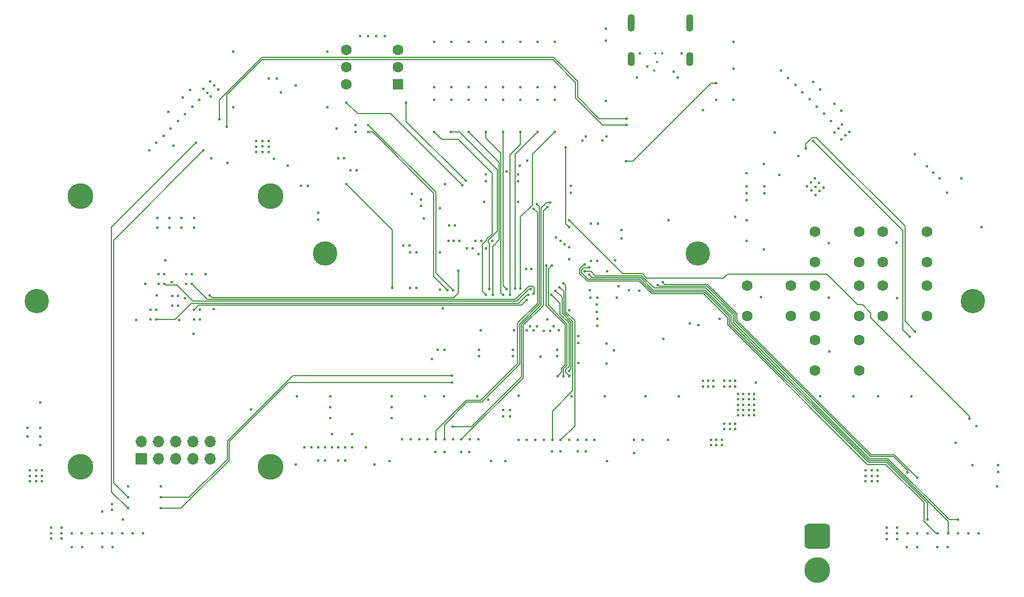
<source format=gbr>
%TF.GenerationSoftware,KiCad,Pcbnew,8.0.7*%
%TF.CreationDate,2025-04-13T15:12:29-04:00*%
%TF.ProjectId,control,636f6e74-726f-46c2-9e6b-696361645f70,rev?*%
%TF.SameCoordinates,Original*%
%TF.FileFunction,Copper,L3,Inr*%
%TF.FilePolarity,Positive*%
%FSLAX46Y46*%
G04 Gerber Fmt 4.6, Leading zero omitted, Abs format (unit mm)*
G04 Created by KiCad (PCBNEW 8.0.7) date 2025-04-13 15:12:29*
%MOMM*%
%LPD*%
G01*
G04 APERTURE LIST*
G04 Aperture macros list*
%AMRoundRect*
0 Rectangle with rounded corners*
0 $1 Rounding radius*
0 $2 $3 $4 $5 $6 $7 $8 $9 X,Y pos of 4 corners*
0 Add a 4 corners polygon primitive as box body*
4,1,4,$2,$3,$4,$5,$6,$7,$8,$9,$2,$3,0*
0 Add four circle primitives for the rounded corners*
1,1,$1+$1,$2,$3*
1,1,$1+$1,$4,$5*
1,1,$1+$1,$6,$7*
1,1,$1+$1,$8,$9*
0 Add four rect primitives between the rounded corners*
20,1,$1+$1,$2,$3,$4,$5,0*
20,1,$1+$1,$4,$5,$6,$7,0*
20,1,$1+$1,$6,$7,$8,$9,0*
20,1,$1+$1,$8,$9,$2,$3,0*%
G04 Aperture macros list end*
%TA.AperFunction,ComponentPad*%
%ADD10R,1.600000X1.600000*%
%TD*%
%TA.AperFunction,ComponentPad*%
%ADD11C,1.600000*%
%TD*%
%TA.AperFunction,ComponentPad*%
%ADD12C,3.600000*%
%TD*%
%TA.AperFunction,ComponentPad*%
%ADD13O,1.100000X2.100000*%
%TD*%
%TA.AperFunction,ComponentPad*%
%ADD14O,1.100000X2.600000*%
%TD*%
%TA.AperFunction,ComponentPad*%
%ADD15C,3.800000*%
%TD*%
%TA.AperFunction,ComponentPad*%
%ADD16R,1.700000X1.700000*%
%TD*%
%TA.AperFunction,ComponentPad*%
%ADD17O,1.700000X1.700000*%
%TD*%
%TA.AperFunction,ComponentPad*%
%ADD18RoundRect,0.760000X-1.140000X1.140000X-1.140000X-1.140000X1.140000X-1.140000X1.140000X1.140000X0*%
%TD*%
%TA.AperFunction,ViaPad*%
%ADD19C,0.450000*%
%TD*%
%TA.AperFunction,ViaPad*%
%ADD20C,0.350000*%
%TD*%
%TA.AperFunction,Conductor*%
%ADD21C,0.153000*%
%TD*%
%TA.AperFunction,Conductor*%
%ADD22C,0.200000*%
%TD*%
G04 APERTURE END LIST*
D10*
%TO.N,Net-(R64-Pad1)*%
%TO.C,SW4*%
X134310000Y-73040000D03*
D11*
%TO.N,Net-(SW4-4)*%
X134310000Y-67960000D03*
%TO.N,Net-(SW4-2)*%
X126690000Y-67960000D03*
%TO.N,Net-(SW4-8)*%
X126690000Y-73040000D03*
%TO.N,+3V3*%
X134310000Y-70500000D03*
X126690000Y-70500000D03*
%TD*%
%TO.N,Net-(C36-Pad1)*%
%TO.C,SW11*%
X185730000Y-102750000D03*
%TO.N,Net-(R115-Pad1)*%
X192230000Y-102750000D03*
%TO.N,GND*%
X185730000Y-107250000D03*
%TO.N,unconnected-(SW11-Pad4)*%
X192230000Y-107250000D03*
%TD*%
%TO.N,Net-(C33-Pad1)*%
%TO.C,SW8*%
X195750000Y-102750000D03*
%TO.N,Net-(R94-Pad1)*%
X202250000Y-102750000D03*
%TO.N,GND*%
X195750000Y-107250000D03*
%TO.N,unconnected-(SW8-Pad4)*%
X202250000Y-107250000D03*
%TD*%
D12*
%TO.N,N/C*%
%TO.C,H1*%
X81000000Y-105000000D03*
%TD*%
D13*
%TO.N,GND*%
%TO.C,P1*%
X177320000Y-69305000D03*
D14*
X177320000Y-63945000D03*
D13*
X168680000Y-69305000D03*
D14*
X168680000Y-63945000D03*
%TD*%
D11*
%TO.N,Net-(C37-Pad1)*%
%TO.C,SW12*%
X195750000Y-94750000D03*
%TO.N,Net-(R117-Pad1)*%
X202250000Y-94750000D03*
%TO.N,GND*%
X195750000Y-99250000D03*
%TO.N,unconnected-(SW12-Pad4)*%
X202250000Y-99250000D03*
%TD*%
D15*
%TO.N,N/C*%
%TO.C,H5*%
X115500000Y-89500000D03*
%TD*%
D12*
%TO.N,N/C*%
%TO.C,H4*%
X178500000Y-98000000D03*
%TD*%
D11*
%TO.N,Net-(C35-Pad1)*%
%TO.C,SW10*%
X205750000Y-102750000D03*
%TO.N,Net-(R114-Pad1)*%
X212250000Y-102750000D03*
%TO.N,GND*%
X205750000Y-107250000D03*
%TO.N,unconnected-(SW10-Pad4)*%
X212250000Y-107250000D03*
%TD*%
D15*
%TO.N,N/C*%
%TO.C,H7*%
X115500000Y-129500000D03*
%TD*%
D11*
%TO.N,Net-(C32-Pad1)*%
%TO.C,SW7*%
X205750000Y-94750000D03*
%TO.N,Net-(R93-Pad1)*%
X212250000Y-94750000D03*
%TO.N,GND*%
X205750000Y-99250000D03*
%TO.N,unconnected-(SW7-Pad4)*%
X212250000Y-99250000D03*
%TD*%
%TO.N,Net-(C34-Pad1)*%
%TO.C,SW9*%
X195750000Y-110750000D03*
%TO.N,Net-(R107-Pad1)*%
X202250000Y-110750000D03*
%TO.N,GND*%
X195750000Y-115250000D03*
%TO.N,unconnected-(SW9-Pad4)*%
X202250000Y-115250000D03*
%TD*%
D12*
%TO.N,N/C*%
%TO.C,H2*%
X219000000Y-105000000D03*
%TD*%
D15*
%TO.N,N/C*%
%TO.C,H8*%
X87500000Y-129500000D03*
%TD*%
%TO.N,N/C*%
%TO.C,H6*%
X87500000Y-89500000D03*
%TD*%
D12*
%TO.N,N/C*%
%TO.C,H3*%
X123500000Y-98000000D03*
%TD*%
D16*
%TO.N,Net-(J15-Pin_1)*%
%TO.C,J15*%
X96425000Y-128275000D03*
D17*
%TO.N,unconnected-(J15-Pin_2-Pad2)*%
X96425000Y-125735000D03*
%TO.N,GND*%
X98965000Y-128275000D03*
X98965000Y-125735000D03*
%TO.N,/display/LCD.TX*%
X101505000Y-128275000D03*
%TO.N,unconnected-(J15-Pin_6-Pad6)*%
X101505000Y-125735000D03*
%TO.N,/display/LCD.RX*%
X104045000Y-128275000D03*
%TO.N,unconnected-(J15-Pin_8-Pad8)*%
X104045000Y-125735000D03*
%TO.N,+5V*%
X106585000Y-128275000D03*
%TO.N,unconnected-(J15-Pin_10-Pad10)*%
X106585000Y-125735000D03*
%TD*%
D18*
%TO.N,GND*%
%TO.C,J11*%
X196100000Y-139700000D03*
D15*
%TO.N,+BATT*%
X196100000Y-144700000D03*
%TD*%
D19*
%TO.N,Net-(BZ1--)*%
X222750000Y-129250000D03*
%TO.N,+3V3*%
X183690000Y-66700000D03*
X188309999Y-88100000D03*
X196500000Y-73750000D03*
X121500000Y-126575000D03*
X183200000Y-123100000D03*
X146250000Y-112200000D03*
X105909999Y-101000000D03*
X126500000Y-128509999D03*
X219850000Y-139295000D03*
X151250000Y-112200000D03*
X184000000Y-123100000D03*
X152310000Y-66700000D03*
X160850000Y-111200000D03*
X181725000Y-107600000D03*
X214082986Y-86909117D03*
X143600000Y-127309999D03*
X182400000Y-123900000D03*
X147230000Y-66700000D03*
X187809999Y-104400000D03*
X162000000Y-127209999D03*
X100439376Y-77039376D03*
X149770000Y-66700000D03*
X98700000Y-104190001D03*
X90700000Y-141309999D03*
X197809999Y-96500000D03*
X213800000Y-141309999D03*
X162735691Y-99090376D03*
X144690000Y-66700000D03*
X147250000Y-87300000D03*
X190729381Y-71003357D03*
X141100000Y-112250000D03*
X197859999Y-112500000D03*
X117020000Y-74200000D03*
X183200000Y-123900000D03*
X136990000Y-97810000D03*
X195460624Y-72689376D03*
X153275000Y-125500000D03*
X162670000Y-104500000D03*
X197809999Y-104500000D03*
X152000000Y-87280000D03*
X185675000Y-96099999D03*
X136125000Y-125450000D03*
X184000000Y-123900000D03*
X136950000Y-103100000D03*
X107109999Y-106200000D03*
X160750000Y-127209999D03*
X79690000Y-125000000D03*
X144800000Y-127309999D03*
X218950000Y-129250000D03*
X157750000Y-112200000D03*
X96650000Y-139295000D03*
X135980000Y-96800000D03*
X92200000Y-141309999D03*
X81550000Y-126225000D03*
X142150000Y-66700000D03*
X97593398Y-82706602D03*
X207859999Y-104550000D03*
X157390000Y-66700000D03*
X125500000Y-128509999D03*
X79690000Y-123700000D03*
X216500000Y-125900000D03*
X100000000Y-98990001D03*
X162750000Y-93600000D03*
X169100000Y-127409999D03*
X154850000Y-66700000D03*
X188309999Y-89100000D03*
X100900000Y-102190001D03*
X207809999Y-96400000D03*
X159750000Y-88980000D03*
X149750000Y-122030000D03*
X139610000Y-66700000D03*
X215300000Y-141309999D03*
X164900000Y-75450000D03*
X150750000Y-122030000D03*
X137650000Y-90980000D03*
X182400000Y-123100000D03*
%TO.N,GND*%
X87700000Y-141309999D03*
X163630000Y-108650000D03*
X158000000Y-109300000D03*
X152000000Y-86300000D03*
X213184960Y-86011091D03*
X149750000Y-121070000D03*
X177249999Y-108300000D03*
X103639376Y-73839376D03*
X123890000Y-76400000D03*
X163610000Y-105550000D03*
X169900000Y-68415000D03*
X185675000Y-86100001D03*
X102900000Y-104609999D03*
X152350000Y-73440001D03*
X154525000Y-125500000D03*
X142150000Y-73440001D03*
X100600000Y-92699999D03*
X166270000Y-99000000D03*
X154850000Y-73440001D03*
X165075000Y-128650000D03*
X155775000Y-125500000D03*
X222737500Y-130200000D03*
X129500000Y-126575000D03*
X86200000Y-141309999D03*
X138250000Y-119100000D03*
X124250000Y-119100000D03*
X102539376Y-74939376D03*
X189786218Y-80148959D03*
X199650000Y-76900000D03*
X164900000Y-64780001D03*
X186000000Y-120300000D03*
X163710000Y-93600000D03*
X186800000Y-121900000D03*
X188200000Y-97400000D03*
X209950000Y-119100000D03*
X146250000Y-113160000D03*
X119200000Y-129100000D03*
X146500000Y-109300000D03*
X84650000Y-138450000D03*
X163680000Y-99100000D03*
X160850000Y-114169998D03*
X128700000Y-65890001D03*
X212286934Y-85113066D03*
X107197506Y-73197505D03*
X102000000Y-107809999D03*
X185200000Y-119500000D03*
X157000000Y-127209999D03*
X188200000Y-84800000D03*
X106600000Y-72600000D03*
X207850000Y-138450000D03*
X184400000Y-120300000D03*
X147000000Y-90400000D03*
X140140000Y-112250000D03*
X191790041Y-72064017D03*
X140500000Y-103300000D03*
X119200000Y-73200000D03*
X174100000Y-125500000D03*
X157750000Y-113160000D03*
X122500000Y-128509999D03*
X110000000Y-76400000D03*
X99350000Y-132400000D03*
X201450000Y-119100000D03*
X123500000Y-128509999D03*
X185200000Y-121900000D03*
X96990001Y-102500000D03*
X166800000Y-102850000D03*
X178600000Y-108580000D03*
X163610000Y-106600000D03*
X184400000Y-121100000D03*
X219509999Y-123450000D03*
X200827388Y-79993935D03*
X206349999Y-139295000D03*
X186800000Y-121100000D03*
X167200000Y-94530000D03*
X107766726Y-73766726D03*
X83149998Y-140100000D03*
X186800000Y-118700000D03*
X149800000Y-73440001D03*
X135020000Y-96800000D03*
X159750000Y-88020000D03*
X84650001Y-139295000D03*
X129900000Y-65890001D03*
X147250000Y-73440001D03*
X136320000Y-89145000D03*
X98654058Y-81645942D03*
X123890000Y-68200000D03*
X164750000Y-119100000D03*
X137650000Y-90020000D03*
X179250000Y-76850000D03*
X84650000Y-140100000D03*
X105539338Y-73660662D03*
X166560000Y-104500000D03*
X167200000Y-95770000D03*
X220284924Y-94106245D03*
X222550000Y-132400000D03*
X183700000Y-70740001D03*
X157400000Y-73440001D03*
X206349998Y-140150000D03*
X95690001Y-107800000D03*
X125200000Y-79500000D03*
X186000000Y-121900000D03*
X102400001Y-92699999D03*
X147250000Y-86320000D03*
X140500000Y-97800000D03*
X147975000Y-128650000D03*
X138625000Y-125450000D03*
X106739000Y-83899765D03*
X131100000Y-65890001D03*
X210800000Y-141309999D03*
X210490883Y-83317014D03*
X139650000Y-73440001D03*
X207850000Y-140150000D03*
X159500000Y-106400000D03*
X185200000Y-118700000D03*
X207850001Y-139295000D03*
X106136844Y-74258166D03*
X152000000Y-90400000D03*
X139275000Y-113600000D03*
X110000000Y-68200000D03*
X186000000Y-118700000D03*
X104100000Y-109809999D03*
X95150000Y-139295000D03*
X83149998Y-138450000D03*
X199660662Y-81160662D03*
X199766726Y-78933274D03*
X130800000Y-129100000D03*
X153300000Y-84300000D03*
X151400000Y-109300000D03*
X169500000Y-72000000D03*
X218350000Y-139295000D03*
X198600000Y-80100000D03*
X166100000Y-112259999D03*
X175650000Y-119100000D03*
X141100000Y-127309999D03*
X165050000Y-114209999D03*
X158250000Y-127209999D03*
X139800000Y-127309999D03*
X116400000Y-72120000D03*
X175510000Y-72000000D03*
X150125000Y-128650000D03*
X173400000Y-110575001D03*
X144700000Y-73440001D03*
X186800000Y-120300000D03*
X132300000Y-65890001D03*
X145950000Y-119100000D03*
X98800000Y-92700000D03*
X198610624Y-75889376D03*
X206349998Y-138450000D03*
X186800000Y-119500000D03*
X81550000Y-119975000D03*
X199197505Y-79502494D03*
X215193755Y-89015076D03*
X151250000Y-113160000D03*
X83149999Y-139295000D03*
X159500000Y-98800000D03*
X186000000Y-119500000D03*
X185200000Y-120300000D03*
X133025000Y-128650000D03*
X176100000Y-68415000D03*
X150750000Y-121070000D03*
X140500000Y-91300000D03*
X184400000Y-121900000D03*
X115200000Y-72120000D03*
X136020000Y-97800000D03*
X163630000Y-107650000D03*
X184400000Y-119500000D03*
X136020000Y-103100000D03*
X163630000Y-104500000D03*
X106706065Y-74827388D03*
X200258166Y-80563156D03*
X185200000Y-121100000D03*
X209300000Y-141309999D03*
X137375000Y-125450000D03*
X184400000Y-118700000D03*
X165100000Y-100650000D03*
X186000000Y-121100000D03*
X104200000Y-92700000D03*
%TO.N,/mcu/NRST*%
X217315076Y-86893755D03*
X169850000Y-103450000D03*
X168300000Y-103400000D03*
X162550000Y-103400000D03*
%TO.N,+5V*%
X141050000Y-119100000D03*
X120500000Y-126575000D03*
X152025000Y-125500000D03*
X165050000Y-111240001D03*
X182000000Y-125500000D03*
X134875000Y-125450000D03*
X170750000Y-119100000D03*
X193251041Y-83613782D03*
X190500000Y-86350000D03*
X94450000Y-132400000D03*
X182000000Y-126300000D03*
X109100000Y-84600000D03*
X133350000Y-119100000D03*
X196550000Y-119100000D03*
X181200000Y-126300000D03*
X159850000Y-119100000D03*
X180400000Y-125500000D03*
X205050000Y-119100000D03*
X180400000Y-126300000D03*
X181200000Y-125500000D03*
X119350000Y-119100000D03*
%TO.N,+BATT*%
X195165685Y-87500000D03*
X81800000Y-130800000D03*
X80000000Y-130800000D03*
X205000000Y-131600000D03*
X194600000Y-88065685D03*
X114300000Y-83000000D03*
X204100000Y-130812500D03*
X204100000Y-130000000D03*
X113400000Y-83000000D03*
X203200000Y-130800000D03*
X80900000Y-130812500D03*
X115200000Y-81400000D03*
X80000000Y-130000000D03*
X195731371Y-86934315D03*
X205000000Y-130000000D03*
X113400000Y-82200000D03*
X197004163Y-88207107D03*
X203200000Y-130000000D03*
X196376606Y-87561872D03*
X114300000Y-81387500D03*
X195236396Y-88702082D03*
X113400000Y-81400000D03*
X195872792Y-89338478D03*
X203200000Y-131600000D03*
X81800000Y-130000000D03*
X115200000Y-83000000D03*
X80900000Y-130000000D03*
X196438478Y-88772792D03*
X81800000Y-131600000D03*
X187050000Y-117000000D03*
X115200000Y-82200000D03*
X80000000Y-131600000D03*
X114300000Y-82187500D03*
X204100000Y-131612500D03*
X195810920Y-88127557D03*
X205000000Y-130800000D03*
X80900000Y-131612500D03*
%TO.N,/mcu/BOT_ID_DISPLAY.FL*%
X98999999Y-101025000D03*
X99849999Y-102475000D03*
X153850000Y-103250000D03*
%TO.N,Net-(D3-A1)*%
X99849999Y-101025000D03*
%TO.N,Net-(D3-K2)*%
X98999999Y-102475000D03*
%TO.N,Net-(D4-K2)*%
X103000001Y-102475000D03*
%TO.N,Net-(D4-A1)*%
X103850001Y-101025000D03*
%TO.N,/mcu/BOT_ID_DISPLAY.FR*%
X103850001Y-102475000D03*
X103000001Y-101025000D03*
X154300000Y-103950000D03*
%TO.N,Net-(D5-K2)*%
X101850000Y-105725000D03*
%TO.N,/mcu/BOT_ID_DISPLAY.TeamBlue*%
X101850000Y-104275000D03*
X143150000Y-100550000D03*
X101000000Y-105725000D03*
X106550000Y-104150000D03*
%TO.N,Net-(D5-A1)*%
X101000000Y-104275000D03*
%TO.N,/mcu/BOT_ID_DISPLAY.BL*%
X98600000Y-107725001D03*
X153500000Y-104050000D03*
X97750000Y-106275001D03*
%TO.N,Net-(D6-A1)*%
X98600000Y-106275001D03*
%TO.N,Net-(D6-K2)*%
X97750000Y-107725001D03*
%TO.N,Net-(D7-A1)*%
X105100000Y-106275001D03*
%TO.N,Net-(D7-K2)*%
X104250000Y-107725001D03*
%TO.N,/mcu/BOT_ID_DISPLAY.BR*%
X153250000Y-104850000D03*
X105100000Y-107725001D03*
X104250000Y-106275001D03*
%TO.N,Net-(D10-A)*%
X98800000Y-94200000D03*
%TO.N,Net-(D11-A)*%
X100600000Y-94200000D03*
%TO.N,Net-(D12-A)*%
X102400000Y-94200000D03*
%TO.N,Net-(D13-A)*%
X104200000Y-94200000D03*
%TO.N,Net-(J13-Pin_1)*%
X180000000Y-116800000D03*
X179200000Y-117600000D03*
X180800000Y-116800000D03*
X179200000Y-116800000D03*
X180000000Y-117600000D03*
X180800000Y-117600000D03*
%TO.N,Net-(J13-Pin_2)*%
X184000000Y-117600000D03*
X183200000Y-117600000D03*
X184000000Y-116800000D03*
X182400000Y-117600000D03*
X182400000Y-116800000D03*
X183200000Y-116800000D03*
%TO.N,/mcu/SDMMC1_D0*%
X125450000Y-83900000D03*
X127250000Y-85700000D03*
%TO.N,/mcu/SDMMC1_D1*%
X126350000Y-83900000D03*
X128150000Y-85700000D03*
%TO.N,/mcu/SWCLK*%
X141250000Y-87700000D03*
X162000000Y-80700000D03*
X165000000Y-80700000D03*
%TO.N,/mcu/SWDIO*%
X164450000Y-81300000D03*
X161450000Y-81300000D03*
X138050000Y-92800000D03*
%TO.N,/front_right_drive_motor/MOTOR.RX*%
X90650000Y-136050000D03*
X90650000Y-139295000D03*
%TO.N,Net-(J3-Pin_7)*%
X89150000Y-139295000D03*
%TO.N,Net-(J3-Pin_10)*%
X93650001Y-139295000D03*
%TO.N,/front_right_drive_motor/MOTOR.BOOT0*%
X86150000Y-139295000D03*
%TO.N,/front_right_drive_motor/MOTOR.RST*%
X87650000Y-139295000D03*
%TO.N,/front_right_drive_motor/MOTOR.CTS*%
X92149999Y-139295000D03*
X92149999Y-135800000D03*
%TO.N,/imu/IMU.~{DET}*%
X153250000Y-109350000D03*
%TO.N,/imu/IMU.MISO*%
X156250000Y-107750000D03*
%TO.N,/imu/IMU.SCK*%
X185675000Y-90100000D03*
X183950000Y-92600000D03*
X156750000Y-109400000D03*
%TO.N,/imu/IMU.~{SS}3*%
X185675000Y-93100000D03*
X154750000Y-108700000D03*
X174150000Y-93100000D03*
%TO.N,/imu/IMU.~{SS}1*%
X160849265Y-110149265D03*
%TO.N,/imu/IMU.INT1*%
X154250000Y-109350000D03*
X185675000Y-89100000D03*
%TO.N,/imu/IMU.MOSI*%
X155750000Y-109450000D03*
%TO.N,/imu/IMU.~{SS}2*%
X155250000Y-113250000D03*
%TO.N,/imu/IMU.INT2*%
X185675000Y-88100000D03*
X153750000Y-108700000D03*
%TO.N,Net-(J5-Pin_3)*%
X127499999Y-126575000D03*
%TO.N,/mcu/ODIN.RX*%
X125500000Y-126575000D03*
X146550000Y-96150000D03*
%TO.N,/mcu/ODIN.CTS*%
X126500000Y-126575000D03*
X144450000Y-97250000D03*
%TO.N,/mcu/ODIN.~{RST}*%
X147250000Y-97250000D03*
X122500001Y-126575000D03*
%TO.N,/mcu/ODIN.BOOT0*%
X123500000Y-126575000D03*
X148150000Y-96150000D03*
%TO.N,/mcu/ODIN.~{DET}*%
X146100000Y-98050000D03*
%TO.N,Net-(J5-Pin_6)*%
X124500000Y-126575000D03*
%TO.N,/back_right_drive_motor/MOTOR.BOOT0*%
X120000000Y-88000000D03*
X105018019Y-75281981D03*
X116000000Y-84000000D03*
%TO.N,Net-(J6-Pin_7)*%
X102896699Y-77403301D03*
%TO.N,/back_right_drive_motor/MOTOR.RST*%
X121000000Y-88000000D03*
X103957359Y-76342641D03*
X118000000Y-85000000D03*
%TO.N,/back_right_drive_motor/MOTOR.RX*%
X101836039Y-78463961D03*
%TO.N,/back_right_drive_motor/MOTOR.CTS*%
X100775379Y-79524621D03*
X122500000Y-92000000D03*
X152200000Y-85000000D03*
%TO.N,Net-(J6-Pin_10)*%
X99714718Y-80585282D03*
%TO.N,/back_left_drive_motor/MOTOR.RST*%
X197093342Y-77367318D03*
%TO.N,/back_left_drive_motor/MOTOR.RX*%
X194972022Y-75245998D03*
%TO.N,Net-(J7-Pin_10)*%
X192850701Y-73124677D03*
%TO.N,/back_left_drive_motor/MOTOR.CTS*%
X193911362Y-74185338D03*
%TO.N,Net-(J7-Pin_7)*%
X196032682Y-76306658D03*
%TO.N,/back_left_drive_motor/MOTOR.BOOT0*%
X198154002Y-78427978D03*
%TO.N,/front_left_drive_motor/MOTOR.RST*%
X210850000Y-131100000D03*
X210850000Y-139295000D03*
X173300000Y-102250000D03*
%TO.N,/front_left_drive_motor/MOTOR.CTS*%
X215349999Y-139295000D03*
X162450000Y-101100000D03*
%TO.N,Net-(J8-Pin_7)*%
X212350000Y-139295000D03*
%TO.N,/front_left_drive_motor/MOTOR.RX*%
X161800000Y-99600000D03*
X213850000Y-139295000D03*
%TO.N,Net-(J8-Pin_10)*%
X216850001Y-139295000D03*
%TO.N,/front_left_drive_motor/MOTOR.BOOT0*%
X172550000Y-102600000D03*
X209350000Y-130300000D03*
X209350000Y-139295000D03*
%TO.N,/kicker/KICKER.RX*%
X156150000Y-99750000D03*
X157850000Y-116100000D03*
X160775000Y-125500000D03*
%TO.N,/kicker/KICKER.RST*%
X158275000Y-125500000D03*
X158700000Y-102400000D03*
%TO.N,/kicker/KICKER.BOOT0*%
X157025000Y-125500000D03*
X158100000Y-102950000D03*
%TO.N,/kicker/KICKER.CTS*%
X156900000Y-104050000D03*
X159500000Y-116100000D03*
X162025000Y-125500000D03*
%TO.N,Net-(J9-Pin_10)*%
X163275000Y-125500000D03*
%TO.N,Net-(J9-Pin_7)*%
X159525000Y-125500000D03*
%TO.N,/mcu/OPTICAL_FLOW.RST*%
X141125000Y-125450000D03*
X154750000Y-90700000D03*
%TO.N,/mcu/OPTICAL_FLOW.CTS*%
X144875000Y-125450000D03*
%TO.N,Net-(J10-Pin_7)*%
X142375000Y-125450000D03*
%TO.N,/mcu/OPTICAL_FLOW.RX*%
X156250000Y-91100000D03*
X143625000Y-125450000D03*
%TO.N,Net-(J10-Pin_10)*%
X146125000Y-125450000D03*
%TO.N,/mcu/OPTICAL_FLOW.BOOT0*%
X139875000Y-125450000D03*
X154250000Y-91350000D03*
%TO.N,/mcu/POWER.RX*%
X169100000Y-125500000D03*
%TO.N,Net-(J12-Pin_2)*%
X170350000Y-125500000D03*
%TO.N,/mcu/SHELL_DETECT.RST*%
X158850000Y-96600000D03*
%TO.N,/mcu/SHELL_DETECT.SCL*%
X158200000Y-96087500D03*
X81550000Y-123725000D03*
%TO.N,/mcu/SHELL_DETECT.SDA*%
X157550000Y-95600000D03*
X81550000Y-124975000D03*
%TO.N,/mcu/SHELL_DETECT.LIGHT*%
X159500000Y-97087500D03*
%TO.N,/display/LCD.TX*%
X142500000Y-96100000D03*
%TO.N,/display/LCD.RX*%
X143350000Y-96100000D03*
%TO.N,VBUS*%
X174950000Y-71150000D03*
X171000000Y-70417002D03*
%TO.N,/mcu/USB_HS_D_P*%
X142700000Y-93800000D03*
D20*
%TO.N,Net-(P1-CC2)*%
X172250000Y-68415000D03*
X172000000Y-71000000D03*
%TO.N,/mcu/USB_HS_D_N*%
X173250000Y-68415000D03*
X172500000Y-69715000D03*
D19*
X141800000Y-93800000D03*
%TO.N,/mcu/BOOT0*%
X181200000Y-72837501D03*
X167900000Y-84350000D03*
%TO.N,/mcu/USB_BOOT0_CONTROL*%
X181150000Y-75300000D03*
%TO.N,/display/LCD.RST*%
X141700000Y-96150000D03*
X112600000Y-121050000D03*
%TO.N,/mcu/DEBUG_MODE*%
X159500000Y-94100000D03*
X159000000Y-82350000D03*
%TO.N,Net-(R1-Pad1)*%
X164900000Y-66550000D03*
%TO.N,/mcu/USER_BOOT0_OVERRIDE*%
X183690000Y-75300000D03*
%TO.N,/front_right_drive_motor/MOTOR.RTS*%
X92150000Y-135000000D03*
X93700000Y-137290001D03*
%TO.N,Net-(U2-INT1)*%
X147600000Y-119600000D03*
%TO.N,Net-(U2-INT2)*%
X152100000Y-119000000D03*
%TO.N,/back_right_drive_motor/MOTOR.RTS*%
X101160624Y-82060624D03*
X150250000Y-85900000D03*
X122500000Y-93000000D03*
%TO.N,/front_left_drive_motor/MOTOR.TX*%
X162500000Y-100050000D03*
X212300000Y-137290001D03*
%TO.N,/front_left_drive_motor/MOTOR.RTS*%
X161800000Y-100600000D03*
X216800000Y-137290001D03*
%TO.N,/kicker/KICKER.TX*%
X158700000Y-116100000D03*
X156950000Y-99750000D03*
%TO.N,/kicker/KICKER.RTS*%
X159500000Y-115300000D03*
X157500000Y-103500000D03*
%TO.N,/mcu/OPTICAL_FLOW.TX*%
X142300000Y-123590001D03*
X156750000Y-90450000D03*
%TO.N,/mcu/BOT_ID_SWITCHES.IDX3*%
X143750000Y-87900000D03*
X126700000Y-75709999D03*
%TO.N,/mcu/BOT_ID_SWITCHES.IDX2*%
X144250000Y-87250000D03*
X135500000Y-75709999D03*
%TO.N,/mcu/BOT_ID_SWITCHES.TEAM_BLUE_~{YELLOW}*%
X142400000Y-103400000D03*
X129909999Y-79000000D03*
%TO.N,Net-(R74-Pad1)*%
X128000000Y-79000000D03*
%TO.N,Net-(R75-Pad1)*%
X128000000Y-80000000D03*
%TO.N,/mcu/BOT_ID_SWITCHES.SRC_PRIO_USER_~{AUTO}*%
X129909999Y-80000000D03*
X141600000Y-103400000D03*
%TO.N,/mcu/BOT_ID_DISPLAY.SrcDisagree*%
X126650000Y-87750000D03*
X140850000Y-106100000D03*
X133450000Y-103050000D03*
%TO.N,/mcu/DIP.0*%
X152350000Y-103150000D03*
X157400000Y-80009999D03*
%TO.N,Net-(R84-Pad1)*%
X157390000Y-75300000D03*
%TO.N,Net-(R85-Pad1)*%
X154850000Y-75300000D03*
%TO.N,/mcu/DIP.1*%
X154850000Y-80009999D03*
X151550000Y-103150000D03*
%TO.N,/mcu/DIP.2*%
X150750000Y-104100000D03*
X152300000Y-80009999D03*
%TO.N,Net-(R100-Pad2)*%
X152310000Y-75300000D03*
%TO.N,Net-(R101-Pad2)*%
X149770000Y-75300000D03*
%TO.N,/mcu/DIP.3*%
X150250000Y-103250000D03*
X149750000Y-80009999D03*
%TO.N,/mcu/DIP.4*%
X147250000Y-80009999D03*
X149750000Y-104100000D03*
%TO.N,Net-(R102-Pad2)*%
X147230000Y-75300000D03*
%TO.N,/mcu/BUZZER*%
X218490001Y-122400000D03*
X159500000Y-93100000D03*
%TO.N,Net-(R103-Pad2)*%
X144690000Y-75300000D03*
%TO.N,/mcu/DIP.5*%
X148250000Y-104100000D03*
X144700000Y-80009999D03*
%TO.N,/mcu/DIP.6*%
X142100000Y-80009999D03*
X147750000Y-103250000D03*
%TO.N,Net-(R104-Pad2)*%
X142150000Y-75300000D03*
%TO.N,/mcu/DIP.7*%
X147250000Y-104100000D03*
X139600000Y-80009999D03*
%TO.N,Net-(R105-Pad2)*%
X139610000Y-75300000D03*
%TO.N,/mcu/DOTSTARS.SCK*%
X153150000Y-100250000D03*
X142250000Y-116000000D03*
X99350001Y-134000000D03*
%TO.N,/mcu/ODIN.TX*%
X124500000Y-124690001D03*
X145750000Y-96150000D03*
%TO.N,/mcu/ODIN.RTS*%
X127500000Y-124690001D03*
X145250000Y-97250000D03*
%TO.N,/imu/IMU.~{SS}0*%
X157250000Y-108750000D03*
%TO.N,/mcu/DOTSTARS.MOSI*%
X99350000Y-135600000D03*
X153950000Y-100250000D03*
X142250000Y-117000000D03*
%TO.N,Net-(U4-SDO)*%
X94450000Y-135600000D03*
X104476259Y-81637024D03*
%TO.N,Net-(U4-CKO)*%
X94449999Y-134000000D03*
X105607629Y-82768395D03*
%TO.N,Net-(U5-SDO)*%
X168000000Y-78050000D03*
X107941082Y-78172201D03*
%TO.N,Net-(U5-CKO)*%
X109072453Y-79303571D03*
X168000000Y-79000000D03*
%TO.N,Net-(U6-SDO)*%
X209750000Y-110250000D03*
X195513782Y-81351041D03*
%TO.N,Net-(U6-CKO)*%
X194382412Y-82482412D03*
X210500000Y-109500000D03*
%TO.N,Net-(U11-CKO)*%
X133350000Y-120700000D03*
X124250000Y-120700000D03*
%TO.N,Net-(U11-SDO)*%
X133350000Y-122300000D03*
X124250000Y-122300000D03*
%TD*%
D21*
%TO.N,/mcu/BOT_ID_DISPLAY.FL*%
X101699030Y-102670501D02*
X100045500Y-102670501D01*
X153850000Y-103250000D02*
X153620470Y-103250000D01*
X104068529Y-105040000D02*
X101699030Y-102670501D01*
X153620470Y-103250000D02*
X151830470Y-105040000D01*
X151830470Y-105040000D02*
X104068529Y-105040000D01*
X100045500Y-102670501D02*
X99849999Y-102475000D01*
%TO.N,/mcu/BOT_ID_DISPLAY.FR*%
X151590000Y-104760000D02*
X106135001Y-104760000D01*
X153580500Y-102769500D02*
X151590000Y-104760000D01*
X154330500Y-103030500D02*
X154069500Y-102769500D01*
X106135001Y-104760000D02*
X103850001Y-102475000D01*
X154330500Y-103919500D02*
X154330500Y-103030500D01*
X154300000Y-103950000D02*
X154330500Y-103919500D01*
X154069500Y-102769500D02*
X153580500Y-102769500D01*
%TO.N,/mcu/BOT_ID_DISPLAY.TeamBlue*%
X106880000Y-104480000D02*
X106550000Y-104150000D01*
X143150000Y-103850000D02*
X142520000Y-104480000D01*
X142520000Y-104480000D02*
X106880000Y-104480000D01*
X143150000Y-100550000D02*
X143150000Y-103850000D01*
%TO.N,/mcu/BOT_ID_DISPLAY.BL*%
X103810469Y-105320000D02*
X101405468Y-107725001D01*
X152100470Y-105320000D02*
X103810469Y-105320000D01*
X153500000Y-104050000D02*
X153370470Y-104050000D01*
X153370470Y-104050000D02*
X152100470Y-105320000D01*
X101405468Y-107725001D02*
X98600000Y-107725001D01*
%TO.N,/mcu/BOT_ID_DISPLAY.BR*%
X153250000Y-104850000D02*
X152500000Y-105600000D01*
X152500000Y-105600000D02*
X104925001Y-105600000D01*
X104925001Y-105600000D02*
X104250000Y-106275001D01*
%TO.N,/back_right_drive_motor/MOTOR.CTS*%
X100775379Y-79524621D02*
X100824621Y-79524621D01*
%TO.N,/front_left_drive_motor/MOTOR.RST*%
X210850000Y-131100000D02*
X207460000Y-127710000D01*
X207460000Y-127710000D02*
X204060000Y-127710000D01*
X204060000Y-127710000D02*
X184250000Y-107900000D01*
X173580500Y-102530500D02*
X173300000Y-102250000D01*
X184250000Y-106850000D02*
X179930500Y-102530500D01*
X184250000Y-107900000D02*
X184250000Y-106850000D01*
X179930500Y-102530500D02*
X173580500Y-102530500D01*
%TO.N,/front_left_drive_motor/MOTOR.CTS*%
X203712060Y-128550000D02*
X206404020Y-128550000D01*
X171912460Y-103370500D02*
X179582560Y-103370500D01*
X170071490Y-101529530D02*
X171912460Y-103370500D01*
X183410000Y-107197940D02*
X183410000Y-108247940D01*
X162450000Y-101100000D02*
X162879530Y-101529530D01*
X215349999Y-137495979D02*
X215349999Y-139295000D01*
X206404020Y-128550000D02*
X215349999Y-137495979D01*
X179582560Y-103370500D02*
X183410000Y-107197940D01*
X162879530Y-101529530D02*
X170071490Y-101529530D01*
X183410000Y-108247940D02*
X203712060Y-128550000D01*
%TO.N,/front_left_drive_motor/MOTOR.RX*%
X206172060Y-129110000D02*
X211819500Y-134757440D01*
X211819500Y-134757440D02*
X211819500Y-137489031D01*
X203480100Y-129110000D02*
X206172060Y-129110000D01*
X182850000Y-108479900D02*
X203480100Y-129110000D01*
X213625469Y-139295000D02*
X213850000Y-139295000D01*
X161800000Y-99600000D02*
X161724490Y-99600000D01*
X179350600Y-103930500D02*
X182850000Y-107429900D01*
X161724490Y-99600000D02*
X161039500Y-100284990D01*
X162214020Y-102089530D02*
X169839530Y-102089530D01*
X161039500Y-100284990D02*
X161039500Y-100915010D01*
X211819500Y-137489031D02*
X213625469Y-139295000D01*
X171680500Y-103930500D02*
X179350600Y-103930500D01*
X182850000Y-107429900D02*
X182850000Y-108479900D01*
X161039500Y-100915010D02*
X162214020Y-102089530D01*
X169839530Y-102089530D02*
X171680500Y-103930500D01*
%TO.N,/front_left_drive_motor/MOTOR.BOOT0*%
X207344020Y-127990000D02*
X203944020Y-127990000D01*
X203944020Y-127990000D02*
X183970000Y-108015980D01*
X183970000Y-108015980D02*
X183970000Y-106965980D01*
X179814520Y-102810500D02*
X172760500Y-102810500D01*
X209350000Y-130300000D02*
X209350000Y-129995980D01*
X209350000Y-129995980D02*
X207344020Y-127990000D01*
X172760500Y-102810500D02*
X172550000Y-102600000D01*
X183970000Y-106965980D02*
X179814520Y-102810500D01*
%TO.N,/kicker/KICKER.RX*%
X158420000Y-115530000D02*
X158420000Y-114908510D01*
X156139500Y-105698930D02*
X156139500Y-99760500D01*
X157850000Y-116100000D02*
X158420000Y-115530000D01*
X158420000Y-114908510D02*
X158930500Y-114398010D01*
X158930500Y-114398010D02*
X158930500Y-108489930D01*
X158930500Y-108489930D02*
X156139500Y-105698930D01*
X156139500Y-99760500D02*
X156150000Y-99750000D01*
%TO.N,/kicker/KICKER.RST*%
X158700000Y-102400000D02*
X159019500Y-102719500D01*
X160330500Y-123444500D02*
X158275000Y-125500000D01*
X159019500Y-106599030D02*
X160330500Y-107910030D01*
X160330500Y-107910030D02*
X160330500Y-123444500D01*
X159019500Y-102719500D02*
X159019500Y-106599030D01*
%TO.N,/kicker/KICKER.BOOT0*%
X158739500Y-106715010D02*
X160050500Y-108026010D01*
X158100000Y-102950000D02*
X158739500Y-103589500D01*
X158739500Y-103589500D02*
X158739500Y-106715010D01*
X157025000Y-121245470D02*
X157025000Y-125500000D01*
X160050500Y-108026010D02*
X160050500Y-118219970D01*
X160050500Y-118219970D02*
X157025000Y-121245470D01*
%TO.N,/kicker/KICKER.CTS*%
X159490500Y-114629970D02*
X159490500Y-108257970D01*
X159019500Y-115499030D02*
X159019500Y-115100970D01*
X159420470Y-115900000D02*
X159019500Y-115499030D01*
X158179500Y-105329500D02*
X156900000Y-104050000D01*
X159490500Y-108257970D02*
X158179500Y-106946970D01*
X159019500Y-115100970D02*
X159490500Y-114629970D01*
X159500000Y-116100000D02*
X159700000Y-115900000D01*
X158179500Y-106946970D02*
X158179500Y-105329500D01*
X159700000Y-115900000D02*
X159420470Y-115900000D01*
%TO.N,/mcu/OPTICAL_FLOW.RST*%
X146604490Y-119915980D02*
X152190000Y-114330470D01*
X152190000Y-108368040D02*
X155109500Y-105448540D01*
X152190000Y-114330470D02*
X152190000Y-108368040D01*
X141125000Y-123270980D02*
X144480000Y-119915980D01*
X155109500Y-91059500D02*
X154750000Y-90700000D01*
X155109500Y-105448540D02*
X155109500Y-91059500D01*
X141125000Y-125450000D02*
X141125000Y-123270980D01*
X144480000Y-119915980D02*
X146604490Y-119915980D01*
%TO.N,/mcu/OPTICAL_FLOW.RX*%
X155669500Y-105680500D02*
X155669500Y-91680500D01*
X152750000Y-108600000D02*
X155669500Y-105680500D01*
X143625000Y-125450000D02*
X152750000Y-116325000D01*
X155669500Y-91680500D02*
X156250000Y-91100000D01*
X152750000Y-116325000D02*
X152750000Y-108600000D01*
%TO.N,/mcu/OPTICAL_FLOW.BOOT0*%
X151910000Y-114214490D02*
X151910000Y-108252060D01*
X144364020Y-119635980D02*
X146488510Y-119635980D01*
X139875000Y-125450000D02*
X139875000Y-124125000D01*
X146488510Y-119635980D02*
X151910000Y-114214490D01*
X154829500Y-91929500D02*
X154250000Y-91350000D01*
X154829500Y-105332560D02*
X154829500Y-91929500D01*
X139875000Y-124125000D02*
X144364020Y-119635980D01*
X151910000Y-108252060D02*
X154829500Y-105332560D01*
%TO.N,/mcu/BOOT0*%
X167900000Y-84350000D02*
X168900000Y-84350000D01*
X168900000Y-84350000D02*
X180412499Y-72837501D01*
X180412499Y-72837501D02*
X181200000Y-72837501D01*
%TO.N,/mcu/DEBUG_MODE*%
X159019500Y-93619500D02*
X159019500Y-82369500D01*
X159500000Y-94100000D02*
X159019500Y-93619500D01*
X159019500Y-82369500D02*
X159000000Y-82350000D01*
%TO.N,/back_right_drive_motor/MOTOR.RTS*%
X101239376Y-82060624D02*
X101160624Y-82060624D01*
%TO.N,/front_left_drive_motor/MOTOR.TX*%
X161319500Y-100400970D02*
X161319500Y-100799030D01*
X206288040Y-128830000D02*
X212300000Y-134841960D01*
X171796480Y-103650500D02*
X179466580Y-103650500D01*
X169955510Y-101809530D02*
X171796480Y-103650500D01*
X203596080Y-128830000D02*
X206288040Y-128830000D01*
X162430500Y-100119500D02*
X161600970Y-100119500D01*
X162500000Y-100050000D02*
X162430500Y-100119500D01*
X212300000Y-134841960D02*
X212300000Y-137290001D01*
X179466580Y-103650500D02*
X183130000Y-107313920D01*
X183130000Y-107313920D02*
X183130000Y-108363920D01*
X162330000Y-101809530D02*
X169955510Y-101809530D01*
X161600970Y-100119500D02*
X161319500Y-100400970D01*
X161319500Y-100799030D02*
X162330000Y-101809530D01*
X183130000Y-108363920D02*
X203596080Y-128830000D01*
%TO.N,/front_left_drive_motor/MOTOR.RTS*%
X172028440Y-103090500D02*
X179698540Y-103090500D01*
X163349530Y-101249530D02*
X170187470Y-101249530D01*
X179698540Y-103090500D02*
X183690000Y-107081960D01*
X183690000Y-108131960D02*
X203828040Y-128270000D01*
X206520000Y-128270000D02*
X215540001Y-137290001D01*
X203828040Y-128270000D02*
X206520000Y-128270000D01*
X170187470Y-101249530D02*
X172028440Y-103090500D01*
X215540001Y-137290001D02*
X216800000Y-137290001D01*
X161800000Y-100600000D02*
X162700000Y-100600000D01*
X183690000Y-107081960D02*
X183690000Y-108131960D01*
X162700000Y-100600000D02*
X163349530Y-101249530D01*
%TO.N,/kicker/KICKER.TX*%
X156419500Y-105582950D02*
X156419500Y-100280500D01*
X159210500Y-114513990D02*
X159210500Y-108373950D01*
X156419500Y-100280500D02*
X156950000Y-99750000D01*
X158700000Y-116100000D02*
X158700000Y-115024490D01*
X159210500Y-108373950D02*
X156419500Y-105582950D01*
X158700000Y-115024490D02*
X159210500Y-114513990D01*
%TO.N,/kicker/KICKER.RTS*%
X159500000Y-115300000D02*
X159770500Y-115029500D01*
X158459500Y-106830990D02*
X158459500Y-104459500D01*
X159770500Y-115029500D02*
X159770500Y-108141990D01*
X159770500Y-108141990D02*
X158459500Y-106830990D01*
X158459500Y-104459500D02*
X157500000Y-103500000D01*
%TO.N,/mcu/OPTICAL_FLOW.TX*%
X145089019Y-123590001D02*
X142300000Y-123590001D01*
X155389500Y-91280970D02*
X155389500Y-105564520D01*
X152470000Y-108484020D02*
X152470000Y-116209020D01*
X156220470Y-90450000D02*
X155389500Y-91280970D01*
X156750000Y-90450000D02*
X156220470Y-90450000D01*
X155389500Y-105564520D02*
X152470000Y-108484020D01*
X152470000Y-116209020D02*
X145089019Y-123590001D01*
%TO.N,/mcu/BOT_ID_SWITCHES.IDX3*%
X126700000Y-75709999D02*
X128340001Y-77350000D01*
X133200000Y-77350000D02*
X143750000Y-87900000D01*
X128340001Y-77350000D02*
X133200000Y-77350000D01*
%TO.N,/mcu/BOT_ID_SWITCHES.IDX2*%
X135500000Y-75709999D02*
X135500000Y-78500000D01*
X135500000Y-78500000D02*
X144250000Y-87250000D01*
%TO.N,/mcu/BOT_ID_SWITCHES.TEAM_BLUE_~{YELLOW}*%
X142400000Y-103400000D02*
X139850000Y-100850000D01*
X139850000Y-88940001D02*
X129909999Y-79000000D01*
X139850000Y-100850000D02*
X139850000Y-88940001D01*
%TO.N,/mcu/BOT_ID_SWITCHES.SRC_PRIO_USER_~{AUTO}*%
X129909999Y-80000000D02*
X130514019Y-80000000D01*
X139570000Y-89055981D02*
X139570000Y-101370000D01*
X139570000Y-101370000D02*
X141600000Y-103400000D01*
X130514019Y-80000000D02*
X139570000Y-89055981D01*
D22*
%TO.N,/mcu/BOT_ID_DISPLAY.SrcDisagree*%
X133450000Y-94550000D02*
X126650000Y-87750000D01*
X133450000Y-103050000D02*
X133450000Y-94550000D01*
D21*
%TO.N,/mcu/DIP.0*%
X152350000Y-103150000D02*
X152350000Y-92570470D01*
X154050970Y-83359029D02*
X157400000Y-80009999D01*
X152350000Y-92570470D02*
X154050970Y-90869500D01*
X154050970Y-90869500D02*
X154050970Y-83359029D01*
%TO.N,/mcu/DIP.1*%
X151519500Y-83340499D02*
X154850000Y-80009999D01*
X151519500Y-103119500D02*
X151519500Y-83340499D01*
X151550000Y-103150000D02*
X151519500Y-103119500D01*
%TO.N,/mcu/DIP.2*%
X152300000Y-81880469D02*
X152300000Y-80009999D01*
X150750000Y-104100000D02*
X150750000Y-83430469D01*
X150750000Y-83430469D02*
X152300000Y-81880469D01*
%TO.N,/mcu/DIP.3*%
X150250000Y-103250000D02*
X149750000Y-102750000D01*
X149750000Y-102750000D02*
X149750000Y-80009999D01*
%TO.N,/mcu/DIP.4*%
X149470000Y-103820000D02*
X149470000Y-83150000D01*
X149470000Y-83150000D02*
X147250000Y-80930000D01*
X149750000Y-104100000D02*
X149470000Y-103820000D01*
X147250000Y-80930000D02*
X147250000Y-80009999D01*
D22*
%TO.N,/mcu/BUZZER*%
X204000000Y-107500000D02*
X218490001Y-121990001D01*
X170313184Y-100946030D02*
X170967154Y-101600000D01*
X218490001Y-121990001D02*
X218490001Y-122400000D01*
X202000000Y-105500000D02*
X202750000Y-105500000D01*
X202750000Y-105500000D02*
X204000000Y-106750000D01*
X159500000Y-93100000D02*
X167346030Y-100946030D01*
X182300000Y-101600000D02*
X182900000Y-101000000D01*
X170967154Y-101600000D02*
X182300000Y-101600000D01*
X204000000Y-106750000D02*
X204000000Y-107500000D01*
X197500000Y-101000000D02*
X202000000Y-105500000D01*
X167346030Y-100946030D02*
X170313184Y-100946030D01*
X182900000Y-101000000D02*
X197500000Y-101000000D01*
D21*
%TO.N,/mcu/DIP.5*%
X148250000Y-104100000D02*
X148250000Y-96929530D01*
X148250000Y-96929530D02*
X149190000Y-95989530D01*
X149190000Y-95989530D02*
X149190000Y-84499999D01*
X149190000Y-84499999D02*
X144700000Y-80009999D01*
%TO.N,/mcu/DIP.6*%
X147750000Y-103250000D02*
X147750000Y-96429530D01*
X148910000Y-94710470D02*
X148910000Y-85610000D01*
X147600000Y-96020470D02*
X148910000Y-94710470D01*
X147600000Y-96279530D02*
X147600000Y-96020470D01*
X147750000Y-96429530D02*
X147600000Y-96279530D01*
X148910000Y-85610000D02*
X143309999Y-80009999D01*
X143309999Y-80009999D02*
X142100000Y-80009999D01*
%TO.N,/mcu/DIP.7*%
X147320000Y-95904490D02*
X148150000Y-95074490D01*
X148150000Y-95074490D02*
X148150000Y-86150000D01*
X146750000Y-103600000D02*
X146750000Y-96629530D01*
X147320000Y-96059530D02*
X147320000Y-95904490D01*
X147250000Y-104100000D02*
X146750000Y-103600000D01*
X140740001Y-81150000D02*
X139600000Y-80009999D01*
X146750000Y-96629530D02*
X147320000Y-96059530D01*
X143150000Y-81150000D02*
X140740001Y-81150000D01*
X148150000Y-86150000D02*
X143150000Y-81150000D01*
%TO.N,/mcu/DOTSTARS.SCK*%
X109100000Y-128400000D02*
X103500000Y-134000000D01*
X142250000Y-116000000D02*
X118750000Y-116000000D01*
X103500000Y-134000000D02*
X99350001Y-134000000D01*
X109100000Y-125650000D02*
X109100000Y-128400000D01*
X118750000Y-116000000D02*
X109100000Y-125650000D01*
%TO.N,/mcu/DOTSTARS.MOSI*%
X102295980Y-135600000D02*
X99350000Y-135600000D01*
X109380000Y-128515980D02*
X102295980Y-135600000D01*
X142250000Y-117000000D02*
X118145980Y-117000000D01*
X109380000Y-125765980D02*
X109380000Y-128515980D01*
X118145980Y-117000000D02*
X109380000Y-125765980D01*
%TO.N,Net-(U4-SDO)*%
X92050000Y-133200000D02*
X94450000Y-135600000D01*
X92050000Y-94063283D02*
X92050000Y-133200000D01*
X104476259Y-81637024D02*
X92050000Y-94063283D01*
%TO.N,Net-(U4-CKO)*%
X92330000Y-96046024D02*
X92330000Y-131880001D01*
X105607629Y-82768395D02*
X92330000Y-96046024D01*
X92330000Y-131880001D02*
X94449999Y-134000000D01*
%TO.N,Net-(U5-SDO)*%
X160750000Y-72600000D02*
X157200000Y-69050000D01*
X157200000Y-69050000D02*
X114200000Y-69050000D01*
X114200000Y-69050000D02*
X107941082Y-75308918D01*
X163900000Y-78050000D02*
X160750000Y-74900000D01*
X160750000Y-74900000D02*
X160750000Y-72600000D01*
X168000000Y-78050000D02*
X163900000Y-78050000D01*
X107941082Y-75308918D02*
X107941082Y-78172201D01*
%TO.N,Net-(U5-CKO)*%
X109072453Y-74573527D02*
X109072453Y-79303571D01*
X160470000Y-72715980D02*
X157154020Y-69400000D01*
X164450000Y-79000000D02*
X160470000Y-75020000D01*
X160470000Y-75020000D02*
X160470000Y-72715980D01*
X114245980Y-69400000D02*
X109072453Y-74573527D01*
X157154020Y-69400000D02*
X114245980Y-69400000D01*
X168000000Y-79000000D02*
X164450000Y-79000000D01*
%TO.N,Net-(U6-SDO)*%
X208720000Y-109220000D02*
X209750000Y-110250000D01*
X208720000Y-94557259D02*
X208720000Y-109220000D01*
X195513782Y-81351041D02*
X208720000Y-94557259D01*
%TO.N,Net-(U6-CKO)*%
X195920541Y-80870541D02*
X195314752Y-80870541D01*
X209000000Y-108000000D02*
X209000000Y-93950000D01*
X194382412Y-81802881D02*
X194382412Y-82482412D01*
X195314752Y-80870541D02*
X194382412Y-81802881D01*
X210500000Y-109500000D02*
X209000000Y-108000000D01*
X209000000Y-93950000D02*
X195920541Y-80870541D01*
%TD*%
M02*

</source>
